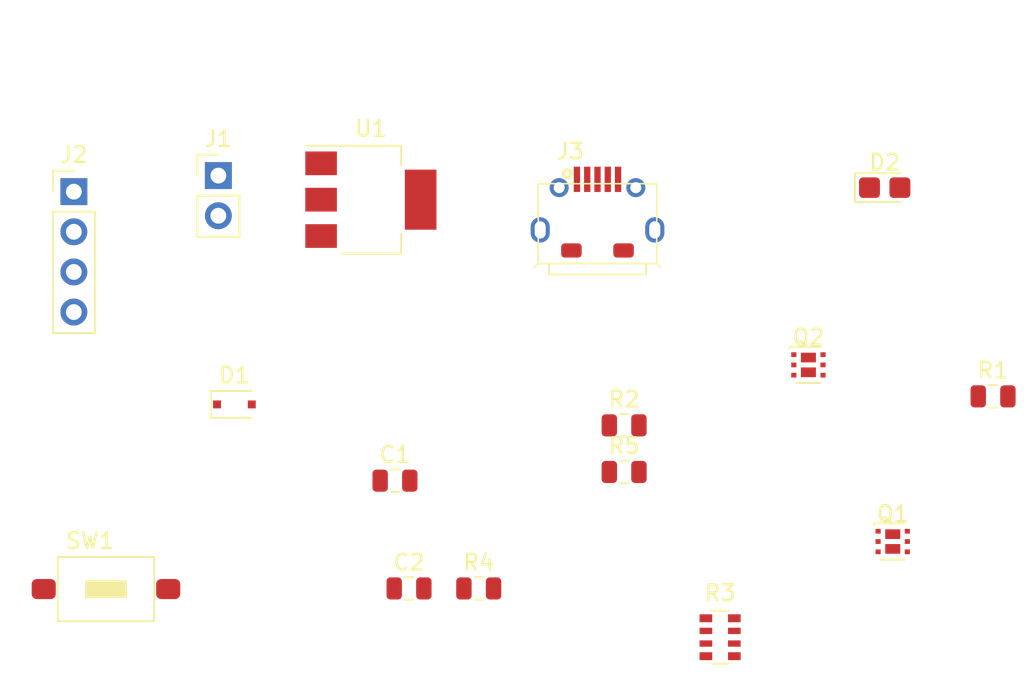
<source format=kicad_pcb>
(kicad_pcb (version 20171130) (host pcbnew "(5.1.4-0-10_14)")

  (general
    (thickness 1.6)
    (drawings 0)
    (tracks 0)
    (zones 0)
    (modules 16)
    (nets 14)
  )

  (page A4)
  (layers
    (0 F.Cu signal)
    (31 B.Cu signal)
    (32 B.Adhes user)
    (33 F.Adhes user)
    (34 B.Paste user)
    (35 F.Paste user)
    (36 B.SilkS user)
    (37 F.SilkS user)
    (38 B.Mask user)
    (39 F.Mask user)
    (40 Dwgs.User user)
    (41 Cmts.User user)
    (42 Eco1.User user)
    (43 Eco2.User user)
    (44 Edge.Cuts user)
    (45 Margin user)
    (46 B.CrtYd user)
    (47 F.CrtYd user)
    (48 B.Fab user)
    (49 F.Fab user)
  )

  (setup
    (last_trace_width 0.25)
    (trace_clearance 0.2)
    (zone_clearance 0.508)
    (zone_45_only no)
    (trace_min 0.2)
    (via_size 0.8)
    (via_drill 0.4)
    (via_min_size 0.4)
    (via_min_drill 0.3)
    (uvia_size 0.3)
    (uvia_drill 0.1)
    (uvias_allowed no)
    (uvia_min_size 0.2)
    (uvia_min_drill 0.1)
    (edge_width 0.05)
    (segment_width 0.2)
    (pcb_text_width 0.3)
    (pcb_text_size 1.5 1.5)
    (mod_edge_width 0.12)
    (mod_text_size 1 1)
    (mod_text_width 0.15)
    (pad_size 1.524 1.524)
    (pad_drill 0.762)
    (pad_to_mask_clearance 0.051)
    (solder_mask_min_width 0.25)
    (aux_axis_origin 0 0)
    (visible_elements FFFFFF7F)
    (pcbplotparams
      (layerselection 0x010fc_ffffffff)
      (usegerberextensions false)
      (usegerberattributes false)
      (usegerberadvancedattributes false)
      (creategerberjobfile false)
      (excludeedgelayer true)
      (linewidth 0.100000)
      (plotframeref false)
      (viasonmask false)
      (mode 1)
      (useauxorigin false)
      (hpglpennumber 1)
      (hpglpenspeed 20)
      (hpglpendiameter 15.000000)
      (psnegative false)
      (psa4output false)
      (plotreference true)
      (plotvalue true)
      (plotinvisibletext false)
      (padsonsilk false)
      (subtractmaskfromsilk false)
      (outputformat 1)
      (mirror false)
      (drillshape 1)
      (scaleselection 1)
      (outputdirectory ""))
  )

  (net 0 "")
  (net 1 GND)
  (net 2 "Net-(C1-Pad1)")
  (net 3 /Off)
  (net 4 /VIn)
  (net 5 "Net-(J3-Pad6)")
  (net 6 "Net-(Q1-Pad6)")
  (net 7 "Net-(Q1-Pad3)")
  (net 8 "Net-(Q1-Pad5)")
  (net 9 "Net-(Q2-Pad6)")
  (net 10 /VOut)
  (net 11 "Net-(Q2-Pad5)")
  (net 12 "Net-(U1-Pad2)")
  (net 13 "Net-(D2-Pad1)")

  (net_class Default "This is the default net class."
    (clearance 0.2)
    (trace_width 0.25)
    (via_dia 0.8)
    (via_drill 0.4)
    (uvia_dia 0.3)
    (uvia_drill 0.1)
    (add_net /Off)
    (add_net /VIn)
    (add_net /VOut)
    (add_net GND)
    (add_net "Net-(C1-Pad1)")
    (add_net "Net-(D1-Pad1)")
    (add_net "Net-(D1-Pad2)")
    (add_net "Net-(D2-Pad1)")
    (add_net "Net-(J1-Pad1)")
    (add_net "Net-(J1-Pad2)")
    (add_net "Net-(J2-Pad1)")
    (add_net "Net-(J2-Pad2)")
    (add_net "Net-(J2-Pad3)")
    (add_net "Net-(J2-Pad4)")
    (add_net "Net-(J3-Pad1)")
    (add_net "Net-(J3-Pad2)")
    (add_net "Net-(J3-Pad3)")
    (add_net "Net-(J3-Pad4)")
    (add_net "Net-(J3-Pad5)")
    (add_net "Net-(J3-Pad6)")
    (add_net "Net-(Q1-Pad3)")
    (add_net "Net-(Q1-Pad5)")
    (add_net "Net-(Q1-Pad6)")
    (add_net "Net-(Q2-Pad5)")
    (add_net "Net-(Q2-Pad6)")
    (add_net "Net-(U1-Pad1)")
    (add_net "Net-(U1-Pad2)")
    (add_net "Net-(U1-Pad3)")
  )

  (module Resistor_SMD:R_Array_Convex_4x0603 (layer F.Cu) (tedit 58E0A8B2) (tstamp 5E1FD603)
    (at 60.198 46.482)
    (descr "Chip Resistor Network, ROHM MNR14 (see mnr_g.pdf)")
    (tags "resistor array")
    (path /5E1AF5A8)
    (attr smd)
    (fp_text reference R3 (at 0 -2.8) (layer F.SilkS)
      (effects (font (size 1 1) (thickness 0.15)))
    )
    (fp_text value 10k (at 0 2.8) (layer F.Fab)
      (effects (font (size 1 1) (thickness 0.15)))
    )
    (fp_line (start 1.55 1.85) (end -1.55 1.85) (layer F.CrtYd) (width 0.05))
    (fp_line (start 1.55 1.85) (end 1.55 -1.85) (layer F.CrtYd) (width 0.05))
    (fp_line (start -1.55 -1.85) (end -1.55 1.85) (layer F.CrtYd) (width 0.05))
    (fp_line (start -1.55 -1.85) (end 1.55 -1.85) (layer F.CrtYd) (width 0.05))
    (fp_line (start 0.5 -1.68) (end -0.5 -1.68) (layer F.SilkS) (width 0.12))
    (fp_line (start 0.5 1.68) (end -0.5 1.68) (layer F.SilkS) (width 0.12))
    (fp_line (start -0.8 1.6) (end -0.8 -1.6) (layer F.Fab) (width 0.1))
    (fp_line (start 0.8 1.6) (end -0.8 1.6) (layer F.Fab) (width 0.1))
    (fp_line (start 0.8 -1.6) (end 0.8 1.6) (layer F.Fab) (width 0.1))
    (fp_line (start -0.8 -1.6) (end 0.8 -1.6) (layer F.Fab) (width 0.1))
    (fp_text user %R (at 0 0 90) (layer F.Fab)
      (effects (font (size 0.5 0.5) (thickness 0.075)))
    )
    (pad 5 smd rect (at 0.9 1.2) (size 0.8 0.5) (layers F.Cu F.Paste F.Mask)
      (net 4 /VIn))
    (pad 6 smd rect (at 0.9 0.4) (size 0.8 0.4) (layers F.Cu F.Paste F.Mask)
      (net 3 /Off))
    (pad 8 smd rect (at 0.9 -1.2) (size 0.8 0.5) (layers F.Cu F.Paste F.Mask)
      (net 7 "Net-(Q1-Pad3)"))
    (pad 7 smd rect (at 0.9 -0.4) (size 0.8 0.4) (layers F.Cu F.Paste F.Mask)
      (net 7 "Net-(Q1-Pad3)"))
    (pad 4 smd rect (at -0.9 1.2) (size 0.8 0.5) (layers F.Cu F.Paste F.Mask)
      (net 9 "Net-(Q2-Pad6)"))
    (pad 2 smd rect (at -0.9 -0.4) (size 0.8 0.4) (layers F.Cu F.Paste F.Mask)
      (net 1 GND))
    (pad 3 smd rect (at -0.9 0.4) (size 0.8 0.4) (layers F.Cu F.Paste F.Mask)
      (net 1 GND))
    (pad 1 smd rect (at -0.9 -1.2) (size 0.8 0.5) (layers F.Cu F.Paste F.Mask)
      (net 6 "Net-(Q1-Pad6)"))
    (model ${KISYS3DMOD}/Resistor_SMD.3dshapes/R_Array_Convex_4x0603.wrl
      (at (xyz 0 0 0))
      (scale (xyz 1 1 1))
      (rotate (xyz 0 0 0))
    )
  )

  (module Resistor_SMD:R_0805_2012Metric (layer F.Cu) (tedit 5B36C52B) (tstamp 5E1FD840)
    (at 77.47 31.242)
    (descr "Resistor SMD 0805 (2012 Metric), square (rectangular) end terminal, IPC_7351 nominal, (Body size source: https://docs.google.com/spreadsheets/d/1BsfQQcO9C6DZCsRaXUlFlo91Tg2WpOkGARC1WS5S8t0/edit?usp=sharing), generated with kicad-footprint-generator")
    (tags resistor)
    (path /5DD0566E)
    (attr smd)
    (fp_text reference R1 (at 0 -1.65) (layer F.SilkS)
      (effects (font (size 1 1) (thickness 0.15)))
    )
    (fp_text value 100k (at 0 1.65) (layer F.Fab)
      (effects (font (size 1 1) (thickness 0.15)))
    )
    (fp_text user %R (at 0 0) (layer F.Fab)
      (effects (font (size 0.5 0.5) (thickness 0.08)))
    )
    (fp_line (start 1.68 0.95) (end -1.68 0.95) (layer F.CrtYd) (width 0.05))
    (fp_line (start 1.68 -0.95) (end 1.68 0.95) (layer F.CrtYd) (width 0.05))
    (fp_line (start -1.68 -0.95) (end 1.68 -0.95) (layer F.CrtYd) (width 0.05))
    (fp_line (start -1.68 0.95) (end -1.68 -0.95) (layer F.CrtYd) (width 0.05))
    (fp_line (start -0.258578 0.71) (end 0.258578 0.71) (layer F.SilkS) (width 0.12))
    (fp_line (start -0.258578 -0.71) (end 0.258578 -0.71) (layer F.SilkS) (width 0.12))
    (fp_line (start 1 0.6) (end -1 0.6) (layer F.Fab) (width 0.1))
    (fp_line (start 1 -0.6) (end 1 0.6) (layer F.Fab) (width 0.1))
    (fp_line (start -1 -0.6) (end 1 -0.6) (layer F.Fab) (width 0.1))
    (fp_line (start -1 0.6) (end -1 -0.6) (layer F.Fab) (width 0.1))
    (pad 2 smd roundrect (at 0.9375 0) (size 0.975 1.4) (layers F.Cu F.Paste F.Mask) (roundrect_rratio 0.25)
      (net 9 "Net-(Q2-Pad6)"))
    (pad 1 smd roundrect (at -0.9375 0) (size 0.975 1.4) (layers F.Cu F.Paste F.Mask) (roundrect_rratio 0.25)
      (net 8 "Net-(Q1-Pad5)"))
    (model ${KISYS3DMOD}/Resistor_SMD.3dshapes/R_0805_2012Metric.wrl
      (at (xyz 0 0 0))
      (scale (xyz 1 1 1))
      (rotate (xyz 0 0 0))
    )
  )

  (module LED_SMD:LED_0805_2012Metric_Castellated (layer F.Cu) (tedit 5B36C52C) (tstamp 5E1FE10F)
    (at 70.612 18.034)
    (descr "LED SMD 0805 (2012 Metric), castellated end terminal, IPC_7351 nominal, (Body size source: https://docs.google.com/spreadsheets/d/1BsfQQcO9C6DZCsRaXUlFlo91Tg2WpOkGARC1WS5S8t0/edit?usp=sharing), generated with kicad-footprint-generator")
    (tags "LED castellated")
    (path /5DD06BD8)
    (attr smd)
    (fp_text reference D2 (at 0 -1.6) (layer F.SilkS)
      (effects (font (size 1 1) (thickness 0.15)))
    )
    (fp_text value LED (at 0 1.6) (layer F.Fab)
      (effects (font (size 1 1) (thickness 0.15)))
    )
    (fp_text user %R (at 0 0) (layer F.Fab)
      (effects (font (size 0.5 0.5) (thickness 0.08)))
    )
    (fp_line (start 1.88 0.9) (end -1.88 0.9) (layer F.CrtYd) (width 0.05))
    (fp_line (start 1.88 -0.9) (end 1.88 0.9) (layer F.CrtYd) (width 0.05))
    (fp_line (start -1.88 -0.9) (end 1.88 -0.9) (layer F.CrtYd) (width 0.05))
    (fp_line (start -1.88 0.9) (end -1.88 -0.9) (layer F.CrtYd) (width 0.05))
    (fp_line (start -1.885 0.91) (end 1 0.91) (layer F.SilkS) (width 0.12))
    (fp_line (start -1.885 -0.91) (end -1.885 0.91) (layer F.SilkS) (width 0.12))
    (fp_line (start 1 -0.91) (end -1.885 -0.91) (layer F.SilkS) (width 0.12))
    (fp_line (start 1 0.6) (end 1 -0.6) (layer F.Fab) (width 0.1))
    (fp_line (start -1 0.6) (end 1 0.6) (layer F.Fab) (width 0.1))
    (fp_line (start -1 -0.3) (end -1 0.6) (layer F.Fab) (width 0.1))
    (fp_line (start -0.7 -0.6) (end -1 -0.3) (layer F.Fab) (width 0.1))
    (fp_line (start 1 -0.6) (end -0.7 -0.6) (layer F.Fab) (width 0.1))
    (pad 2 smd roundrect (at 0.9625 0) (size 1.325 1.3) (layers F.Cu F.Paste F.Mask) (roundrect_rratio 0.192308)
      (net 4 /VIn))
    (pad 1 smd roundrect (at -0.9625 0) (size 1.325 1.3) (layers F.Cu F.Paste F.Mask) (roundrect_rratio 0.192308)
      (net 13 "Net-(D2-Pad1)"))
    (model ${KISYS3DMOD}/LED_SMD.3dshapes/LED_0805_2012Metric_Castellated.wrl
      (at (xyz 0 0 0))
      (scale (xyz 1 1 1))
      (rotate (xyz 0 0 0))
    )
  )

  (module Diode_SMD:D_SOD-323F (layer F.Cu) (tedit 590A48EB) (tstamp 5E1FD542)
    (at 29.464 31.75)
    (descr "SOD-323F http://www.nxp.com/documents/outline_drawing/SOD323F.pdf")
    (tags SOD-323F)
    (path /5E2363AF)
    (attr smd)
    (fp_text reference D1 (at 0 -1.85) (layer F.SilkS)
      (effects (font (size 1 1) (thickness 0.15)))
    )
    (fp_text value BAT60A (at 0.1 1.9) (layer F.Fab)
      (effects (font (size 1 1) (thickness 0.15)))
    )
    (fp_line (start -1.5 -0.85) (end 1.05 -0.85) (layer F.SilkS) (width 0.12))
    (fp_line (start -1.5 0.85) (end 1.05 0.85) (layer F.SilkS) (width 0.12))
    (fp_line (start -1.6 -0.95) (end -1.6 0.95) (layer F.CrtYd) (width 0.05))
    (fp_line (start -1.6 0.95) (end 1.6 0.95) (layer F.CrtYd) (width 0.05))
    (fp_line (start 1.6 -0.95) (end 1.6 0.95) (layer F.CrtYd) (width 0.05))
    (fp_line (start -1.6 -0.95) (end 1.6 -0.95) (layer F.CrtYd) (width 0.05))
    (fp_line (start -0.9 -0.7) (end 0.9 -0.7) (layer F.Fab) (width 0.1))
    (fp_line (start 0.9 -0.7) (end 0.9 0.7) (layer F.Fab) (width 0.1))
    (fp_line (start 0.9 0.7) (end -0.9 0.7) (layer F.Fab) (width 0.1))
    (fp_line (start -0.9 0.7) (end -0.9 -0.7) (layer F.Fab) (width 0.1))
    (fp_line (start -0.3 -0.35) (end -0.3 0.35) (layer F.Fab) (width 0.1))
    (fp_line (start -0.3 0) (end -0.5 0) (layer F.Fab) (width 0.1))
    (fp_line (start -0.3 0) (end 0.2 -0.35) (layer F.Fab) (width 0.1))
    (fp_line (start 0.2 -0.35) (end 0.2 0.35) (layer F.Fab) (width 0.1))
    (fp_line (start 0.2 0.35) (end -0.3 0) (layer F.Fab) (width 0.1))
    (fp_line (start 0.2 0) (end 0.45 0) (layer F.Fab) (width 0.1))
    (fp_line (start -1.5 -0.85) (end -1.5 0.85) (layer F.SilkS) (width 0.12))
    (fp_text user %R (at 0 -1.85) (layer F.Fab)
      (effects (font (size 1 1) (thickness 0.15)))
    )
    (pad 2 smd rect (at 1.1 0) (size 0.5 0.5) (layers F.Cu F.Paste F.Mask))
    (pad 1 smd rect (at -1.1 0) (size 0.5 0.5) (layers F.Cu F.Paste F.Mask))
    (model ${KISYS3DMOD}/Diode_SMD.3dshapes/D_SOD-323F.wrl
      (at (xyz 0 0 0))
      (scale (xyz 1 1 1))
      (rotate (xyz 0 0 0))
    )
  )

  (module Package_TO_SOT_SMD:SOT-223-3_TabPin2 (layer F.Cu) (tedit 5A02FF57) (tstamp 5E1FD68E)
    (at 38.1 18.796)
    (descr "module CMS SOT223 4 pins")
    (tags "CMS SOT")
    (path /5E22E5A5)
    (attr smd)
    (fp_text reference U1 (at 0 -4.5) (layer F.SilkS)
      (effects (font (size 1 1) (thickness 0.15)))
    )
    (fp_text value AMS1117-3.3 (at 0 4.5) (layer F.Fab)
      (effects (font (size 1 1) (thickness 0.15)))
    )
    (fp_line (start 1.85 -3.35) (end 1.85 3.35) (layer F.Fab) (width 0.1))
    (fp_line (start -1.85 3.35) (end 1.85 3.35) (layer F.Fab) (width 0.1))
    (fp_line (start -4.1 -3.41) (end 1.91 -3.41) (layer F.SilkS) (width 0.12))
    (fp_line (start -0.85 -3.35) (end 1.85 -3.35) (layer F.Fab) (width 0.1))
    (fp_line (start -1.85 3.41) (end 1.91 3.41) (layer F.SilkS) (width 0.12))
    (fp_line (start -1.85 -2.35) (end -1.85 3.35) (layer F.Fab) (width 0.1))
    (fp_line (start -1.85 -2.35) (end -0.85 -3.35) (layer F.Fab) (width 0.1))
    (fp_line (start -4.4 -3.6) (end -4.4 3.6) (layer F.CrtYd) (width 0.05))
    (fp_line (start -4.4 3.6) (end 4.4 3.6) (layer F.CrtYd) (width 0.05))
    (fp_line (start 4.4 3.6) (end 4.4 -3.6) (layer F.CrtYd) (width 0.05))
    (fp_line (start 4.4 -3.6) (end -4.4 -3.6) (layer F.CrtYd) (width 0.05))
    (fp_line (start 1.91 -3.41) (end 1.91 -2.15) (layer F.SilkS) (width 0.12))
    (fp_line (start 1.91 3.41) (end 1.91 2.15) (layer F.SilkS) (width 0.12))
    (fp_text user %R (at 0 0 90) (layer F.Fab)
      (effects (font (size 0.8 0.8) (thickness 0.12)))
    )
    (pad 1 smd rect (at -3.15 -2.3) (size 2 1.5) (layers F.Cu F.Paste F.Mask))
    (pad 3 smd rect (at -3.15 2.3) (size 2 1.5) (layers F.Cu F.Paste F.Mask))
    (pad 2 smd rect (at -3.15 0) (size 2 1.5) (layers F.Cu F.Paste F.Mask)
      (net 12 "Net-(U1-Pad2)"))
    (pad 2 smd rect (at 3.15 0) (size 2 3.8) (layers F.Cu F.Paste F.Mask)
      (net 12 "Net-(U1-Pad2)"))
    (model ${KISYS3DMOD}/Package_TO_SOT_SMD.3dshapes/SOT-223.wrl
      (at (xyz 0 0 0))
      (scale (xyz 1 1 1))
      (rotate (xyz 0 0 0))
    )
  )

  (module barn53-kicad:SMD_Push_Button (layer F.Cu) (tedit 5E14FC4C) (tstamp 5E1FD678)
    (at 17.526 43.434)
    (path /5DD077D7)
    (attr smd)
    (fp_text reference SW1 (at 2.794 -3.048) (layer F.SilkS)
      (effects (font (size 1 1) (thickness 0.15)))
    )
    (fp_text value SW_Push (at 3.81 3.048) (layer F.Fab)
      (effects (font (size 1 1) (thickness 0.15)))
    )
    (fp_line (start -0.762 2.032) (end -0.762 -2.032) (layer F.CrtYd) (width 0.12))
    (fp_line (start 8.382 2.032) (end -0.762 2.032) (layer F.CrtYd) (width 0.12))
    (fp_line (start 8.382 -2.032) (end 8.382 2.032) (layer F.CrtYd) (width 0.12))
    (fp_line (start -0.762 -2.032) (end 8.382 -2.032) (layer F.CrtYd) (width 0.12))
    (fp_poly (pts (xy 2.54 -0.508) (xy 5.08 -0.508) (xy 5.08 0.508) (xy 2.54 0.508)) (layer F.SilkS) (width 0.1))
    (fp_line (start 0.762 -2.032) (end 0.762 2.032) (layer F.SilkS) (width 0.12))
    (fp_line (start 6.858 2.032) (end 6.858 -2.032) (layer F.SilkS) (width 0.12))
    (fp_line (start 0.762 2.032) (end 6.858 2.032) (layer F.SilkS) (width 0.12))
    (fp_line (start 0.762 -2.032) (end 6.858 -2.032) (layer F.SilkS) (width 0.12))
    (pad 2 smd roundrect (at 7.747 0) (size 1.524 1.27) (layers F.Cu F.Paste F.Mask) (roundrect_rratio 0.25)
      (net 6 "Net-(Q1-Pad6)"))
    (pad 1 smd roundrect (at -0.127 0) (size 1.524 1.27) (layers F.Cu F.Paste F.Mask) (roundrect_rratio 0.25)
      (net 2 "Net-(C1-Pad1)"))
    (model "${BARN53_KICAD_DIR}/3dmodels/SMD Push Button v8.step"
      (offset (xyz 3.81 0 0))
      (scale (xyz 1 1 1))
      (rotate (xyz 0 0 0))
    )
  )

  (module Resistor_SMD:R_0805_2012Metric (layer F.Cu) (tedit 5B36C52B) (tstamp 5E1FD625)
    (at 54.124 36.026)
    (descr "Resistor SMD 0805 (2012 Metric), square (rectangular) end terminal, IPC_7351 nominal, (Body size source: https://docs.google.com/spreadsheets/d/1BsfQQcO9C6DZCsRaXUlFlo91Tg2WpOkGARC1WS5S8t0/edit?usp=sharing), generated with kicad-footprint-generator")
    (tags resistor)
    (path /5DD27628)
    (attr smd)
    (fp_text reference R5 (at 0 -1.65) (layer F.SilkS)
      (effects (font (size 1 1) (thickness 0.15)))
    )
    (fp_text value 100k (at 0 1.65) (layer F.Fab)
      (effects (font (size 1 1) (thickness 0.15)))
    )
    (fp_text user %R (at 0 0) (layer F.Fab)
      (effects (font (size 0.5 0.5) (thickness 0.08)))
    )
    (fp_line (start 1.68 0.95) (end -1.68 0.95) (layer F.CrtYd) (width 0.05))
    (fp_line (start 1.68 -0.95) (end 1.68 0.95) (layer F.CrtYd) (width 0.05))
    (fp_line (start -1.68 -0.95) (end 1.68 -0.95) (layer F.CrtYd) (width 0.05))
    (fp_line (start -1.68 0.95) (end -1.68 -0.95) (layer F.CrtYd) (width 0.05))
    (fp_line (start -0.258578 0.71) (end 0.258578 0.71) (layer F.SilkS) (width 0.12))
    (fp_line (start -0.258578 -0.71) (end 0.258578 -0.71) (layer F.SilkS) (width 0.12))
    (fp_line (start 1 0.6) (end -1 0.6) (layer F.Fab) (width 0.1))
    (fp_line (start 1 -0.6) (end 1 0.6) (layer F.Fab) (width 0.1))
    (fp_line (start -1 -0.6) (end 1 -0.6) (layer F.Fab) (width 0.1))
    (fp_line (start -1 0.6) (end -1 -0.6) (layer F.Fab) (width 0.1))
    (pad 2 smd roundrect (at 0.9375 0) (size 0.975 1.4) (layers F.Cu F.Paste F.Mask) (roundrect_rratio 0.25)
      (net 9 "Net-(Q2-Pad6)"))
    (pad 1 smd roundrect (at -0.9375 0) (size 0.975 1.4) (layers F.Cu F.Paste F.Mask) (roundrect_rratio 0.25)
      (net 11 "Net-(Q2-Pad5)"))
    (model ${KISYS3DMOD}/Resistor_SMD.3dshapes/R_0805_2012Metric.wrl
      (at (xyz 0 0 0))
      (scale (xyz 1 1 1))
      (rotate (xyz 0 0 0))
    )
  )

  (module Resistor_SMD:R_0805_2012Metric (layer F.Cu) (tedit 5B36C52B) (tstamp 5E1FD614)
    (at 44.924 43.396)
    (descr "Resistor SMD 0805 (2012 Metric), square (rectangular) end terminal, IPC_7351 nominal, (Body size source: https://docs.google.com/spreadsheets/d/1BsfQQcO9C6DZCsRaXUlFlo91Tg2WpOkGARC1WS5S8t0/edit?usp=sharing), generated with kicad-footprint-generator")
    (tags resistor)
    (path /5DD260EA)
    (attr smd)
    (fp_text reference R4 (at 0 -1.65) (layer F.SilkS)
      (effects (font (size 1 1) (thickness 0.15)))
    )
    (fp_text value 470 (at 0 1.65) (layer F.Fab)
      (effects (font (size 1 1) (thickness 0.15)))
    )
    (fp_text user %R (at 0 0) (layer F.Fab)
      (effects (font (size 0.5 0.5) (thickness 0.08)))
    )
    (fp_line (start 1.68 0.95) (end -1.68 0.95) (layer F.CrtYd) (width 0.05))
    (fp_line (start 1.68 -0.95) (end 1.68 0.95) (layer F.CrtYd) (width 0.05))
    (fp_line (start -1.68 -0.95) (end 1.68 -0.95) (layer F.CrtYd) (width 0.05))
    (fp_line (start -1.68 0.95) (end -1.68 -0.95) (layer F.CrtYd) (width 0.05))
    (fp_line (start -0.258578 0.71) (end 0.258578 0.71) (layer F.SilkS) (width 0.12))
    (fp_line (start -0.258578 -0.71) (end 0.258578 -0.71) (layer F.SilkS) (width 0.12))
    (fp_line (start 1 0.6) (end -1 0.6) (layer F.Fab) (width 0.1))
    (fp_line (start 1 -0.6) (end 1 0.6) (layer F.Fab) (width 0.1))
    (fp_line (start -1 -0.6) (end 1 -0.6) (layer F.Fab) (width 0.1))
    (fp_line (start -1 0.6) (end -1 -0.6) (layer F.Fab) (width 0.1))
    (pad 2 smd roundrect (at 0.9375 0) (size 0.975 1.4) (layers F.Cu F.Paste F.Mask) (roundrect_rratio 0.25)
      (net 9 "Net-(Q2-Pad6)"))
    (pad 1 smd roundrect (at -0.9375 0) (size 0.975 1.4) (layers F.Cu F.Paste F.Mask) (roundrect_rratio 0.25)
      (net 13 "Net-(D2-Pad1)"))
    (model ${KISYS3DMOD}/Resistor_SMD.3dshapes/R_0805_2012Metric.wrl
      (at (xyz 0 0 0))
      (scale (xyz 1 1 1))
      (rotate (xyz 0 0 0))
    )
  )

  (module Resistor_SMD:R_0805_2012Metric (layer F.Cu) (tedit 5B36C52B) (tstamp 5E1FD5F2)
    (at 54.124 33.076)
    (descr "Resistor SMD 0805 (2012 Metric), square (rectangular) end terminal, IPC_7351 nominal, (Body size source: https://docs.google.com/spreadsheets/d/1BsfQQcO9C6DZCsRaXUlFlo91Tg2WpOkGARC1WS5S8t0/edit?usp=sharing), generated with kicad-footprint-generator")
    (tags resistor)
    (path /5DD23560)
    (attr smd)
    (fp_text reference R2 (at 0 -1.65) (layer F.SilkS)
      (effects (font (size 1 1) (thickness 0.15)))
    )
    (fp_text value 1M (at 0 1.65) (layer F.Fab)
      (effects (font (size 1 1) (thickness 0.15)))
    )
    (fp_text user %R (at 0 0) (layer F.Fab)
      (effects (font (size 0.5 0.5) (thickness 0.08)))
    )
    (fp_line (start 1.68 0.95) (end -1.68 0.95) (layer F.CrtYd) (width 0.05))
    (fp_line (start 1.68 -0.95) (end 1.68 0.95) (layer F.CrtYd) (width 0.05))
    (fp_line (start -1.68 -0.95) (end 1.68 -0.95) (layer F.CrtYd) (width 0.05))
    (fp_line (start -1.68 0.95) (end -1.68 -0.95) (layer F.CrtYd) (width 0.05))
    (fp_line (start -0.258578 0.71) (end 0.258578 0.71) (layer F.SilkS) (width 0.12))
    (fp_line (start -0.258578 -0.71) (end 0.258578 -0.71) (layer F.SilkS) (width 0.12))
    (fp_line (start 1 0.6) (end -1 0.6) (layer F.Fab) (width 0.1))
    (fp_line (start 1 -0.6) (end 1 0.6) (layer F.Fab) (width 0.1))
    (fp_line (start -1 -0.6) (end 1 -0.6) (layer F.Fab) (width 0.1))
    (fp_line (start -1 0.6) (end -1 -0.6) (layer F.Fab) (width 0.1))
    (pad 2 smd roundrect (at 0.9375 0) (size 0.975 1.4) (layers F.Cu F.Paste F.Mask) (roundrect_rratio 0.25)
      (net 2 "Net-(C1-Pad1)"))
    (pad 1 smd roundrect (at -0.9375 0) (size 0.975 1.4) (layers F.Cu F.Paste F.Mask) (roundrect_rratio 0.25)
      (net 9 "Net-(Q2-Pad6)"))
    (model ${KISYS3DMOD}/Resistor_SMD.3dshapes/R_0805_2012Metric.wrl
      (at (xyz 0 0 0))
      (scale (xyz 1 1 1))
      (rotate (xyz 0 0 0))
    )
  )

  (module barn53-kicad:PowerPAK_SC70-6L_Dual (layer F.Cu) (tedit 5DCD11F0) (tstamp 5E1FD5CA)
    (at 65.786 29.2515)
    (descr "Vishay PowerPAK SC70 dual transistor package http://www.vishay.com/docs/70487/70487.pdf")
    (tags "powerpak sc70 sc-70 dual")
    (path /5DD2081B)
    (attr smd)
    (fp_text reference Q2 (at 0 -1.75) (layer F.SilkS)
      (effects (font (size 1 1) (thickness 0.15)))
    )
    (fp_text value SIA527DJ-T1-GE3 (at 0 2) (layer F.Fab)
      (effects (font (size 1 1) (thickness 0.15)))
    )
    (fp_line (start -1.33 -1.28) (end 1.33 -1.28) (layer F.CrtYd) (width 0.05))
    (fp_line (start -1.33 1.28) (end -1.33 -1.28) (layer F.CrtYd) (width 0.05))
    (fp_line (start 1.33 1.28) (end -1.33 1.28) (layer F.CrtYd) (width 0.05))
    (fp_line (start 1.33 -1.28) (end 1.33 1.28) (layer F.CrtYd) (width 0.05))
    (fp_line (start 0.75 1.15) (end -0.75 1.15) (layer F.SilkS) (width 0.12))
    (fp_line (start -1.2 -1.15) (end -1.2 -1.05) (layer F.SilkS) (width 0.12))
    (fp_line (start -1.2 -1.15) (end 0.75 -1.15) (layer F.SilkS) (width 0.12))
    (fp_text user %R (at 0 0) (layer F.Fab)
      (effects (font (size 0.4 0.4) (thickness 0.1)))
    )
    (fp_line (start -0.5 -1.025) (end 1.025 -1.025) (layer F.Fab) (width 0.1))
    (fp_line (start -1.025 -0.5) (end -0.5 -1.025) (layer F.Fab) (width 0.1))
    (fp_line (start -1.025 1.025) (end -1.025 -0.5) (layer F.Fab) (width 0.1))
    (fp_line (start 1.025 1.025) (end -1.025 1.025) (layer F.Fab) (width 0.1))
    (fp_line (start 1.025 -1.025) (end 1.025 1.025) (layer F.Fab) (width 0.1))
    (pad 6 smd rect (at 0 -0.4665) (size 0.95 0.613) (layers F.Cu F.Paste F.Mask)
      (net 9 "Net-(Q2-Pad6)"))
    (pad 3 smd rect (at 0 0.4665) (size 0.95 0.613) (layers F.Cu F.Paste F.Mask)
      (net 10 /VOut))
    (pad 6 smd rect (at 0.925 -0.65) (size 0.325 0.3) (layers F.Cu F.Paste F.Mask)
      (net 9 "Net-(Q2-Pad6)"))
    (pad 4 smd rect (at 0.925 0.65) (size 0.325 0.3) (layers F.Cu F.Paste F.Mask)
      (net 4 /VIn))
    (pad 5 smd rect (at 0.925 0) (size 0.325 0.3) (layers F.Cu F.Paste F.Mask)
      (net 11 "Net-(Q2-Pad5)"))
    (pad 3 smd rect (at -0.925 0.65) (size 0.325 0.3) (layers F.Cu F.Paste F.Mask)
      (net 10 /VOut))
    (pad 2 smd rect (at -0.925 0) (size 0.325 0.3) (layers F.Cu F.Paste F.Mask)
      (net 6 "Net-(Q1-Pad6)"))
    (pad 1 smd rect (at -0.925 -0.65) (size 0.325 0.3) (layers F.Cu F.Paste F.Mask)
      (net 1 GND))
    (model "${BARN53_KICAD_DIR}/3dmodels/PowerPAK SC70-6L.step"
      (offset (xyz 1 1 0.005))
      (scale (xyz 1 1 1))
      (rotate (xyz 0 0 90))
    )
  )

  (module barn53-kicad:PowerPAK_SC70-6L_Dual (layer F.Cu) (tedit 5DCD11F0) (tstamp 5E1FD5B1)
    (at 71.12 40.4275)
    (descr "Vishay PowerPAK SC70 dual transistor package http://www.vishay.com/docs/70487/70487.pdf")
    (tags "powerpak sc70 sc-70 dual")
    (path /5DD08099)
    (attr smd)
    (fp_text reference Q1 (at 0 -1.75) (layer F.SilkS)
      (effects (font (size 1 1) (thickness 0.15)))
    )
    (fp_text value SIA527DJ-T1-GE3 (at 0 2) (layer F.Fab)
      (effects (font (size 1 1) (thickness 0.15)))
    )
    (fp_line (start -1.33 -1.28) (end 1.33 -1.28) (layer F.CrtYd) (width 0.05))
    (fp_line (start -1.33 1.28) (end -1.33 -1.28) (layer F.CrtYd) (width 0.05))
    (fp_line (start 1.33 1.28) (end -1.33 1.28) (layer F.CrtYd) (width 0.05))
    (fp_line (start 1.33 -1.28) (end 1.33 1.28) (layer F.CrtYd) (width 0.05))
    (fp_line (start 0.75 1.15) (end -0.75 1.15) (layer F.SilkS) (width 0.12))
    (fp_line (start -1.2 -1.15) (end -1.2 -1.05) (layer F.SilkS) (width 0.12))
    (fp_line (start -1.2 -1.15) (end 0.75 -1.15) (layer F.SilkS) (width 0.12))
    (fp_text user %R (at 0 0) (layer F.Fab)
      (effects (font (size 0.4 0.4) (thickness 0.1)))
    )
    (fp_line (start -0.5 -1.025) (end 1.025 -1.025) (layer F.Fab) (width 0.1))
    (fp_line (start -1.025 -0.5) (end -0.5 -1.025) (layer F.Fab) (width 0.1))
    (fp_line (start -1.025 1.025) (end -1.025 -0.5) (layer F.Fab) (width 0.1))
    (fp_line (start 1.025 1.025) (end -1.025 1.025) (layer F.Fab) (width 0.1))
    (fp_line (start 1.025 -1.025) (end 1.025 1.025) (layer F.Fab) (width 0.1))
    (pad 6 smd rect (at 0 -0.4665) (size 0.95 0.613) (layers F.Cu F.Paste F.Mask)
      (net 6 "Net-(Q1-Pad6)"))
    (pad 3 smd rect (at 0 0.4665) (size 0.95 0.613) (layers F.Cu F.Paste F.Mask)
      (net 7 "Net-(Q1-Pad3)"))
    (pad 6 smd rect (at 0.925 -0.65) (size 0.325 0.3) (layers F.Cu F.Paste F.Mask)
      (net 6 "Net-(Q1-Pad6)"))
    (pad 4 smd rect (at 0.925 0.65) (size 0.325 0.3) (layers F.Cu F.Paste F.Mask)
      (net 4 /VIn))
    (pad 5 smd rect (at 0.925 0) (size 0.325 0.3) (layers F.Cu F.Paste F.Mask)
      (net 8 "Net-(Q1-Pad5)"))
    (pad 3 smd rect (at -0.925 0.65) (size 0.325 0.3) (layers F.Cu F.Paste F.Mask)
      (net 7 "Net-(Q1-Pad3)"))
    (pad 2 smd rect (at -0.925 0) (size 0.325 0.3) (layers F.Cu F.Paste F.Mask)
      (net 3 /Off))
    (pad 1 smd rect (at -0.925 -0.65) (size 0.325 0.3) (layers F.Cu F.Paste F.Mask)
      (net 1 GND))
    (model "${BARN53_KICAD_DIR}/3dmodels/PowerPAK SC70-6L.step"
      (offset (xyz 1 1 0.005))
      (scale (xyz 1 1 1))
      (rotate (xyz 0 0 90))
    )
  )

  (module barn53-kicad:MicroUSB_through_hole_fixing (layer F.Cu) (tedit 5DEE6EDB) (tstamp 5E1FD598)
    (at 52.439 17.509)
    (descr "Micro USB Connector with through hole fixing")
    (path /5DFEDE68)
    (attr smd)
    (fp_text reference J3 (at -1.725 -1.775 180) (layer F.SilkS)
      (effects (font (size 1 1) (thickness 0.15)))
    )
    (fp_text value USB_B_Micro (at 10.95 -10.5 180) (layer F.Fab)
      (effects (font (size 1 1) (thickness 0.15)))
    )
    (fp_circle (center -1.901039 -0.35) (end -1.65 -0.35) (layer F.SilkS) (width 0.2))
    (fp_line (start -3.075 6.025) (end -3.075 5.325) (layer F.SilkS) (width 0.1))
    (fp_line (start 3.75 5.325) (end 4 5.575) (layer F.SilkS) (width 0.1))
    (fp_line (start 3.075 6.025) (end -3.075 6.025) (layer F.SilkS) (width 0.1))
    (fp_line (start 3.075 6.025) (end 3.075 5.325) (layer F.SilkS) (width 0.1))
    (fp_line (start -3.75 5.325) (end -4 5.575) (layer F.SilkS) (width 0.1))
    (fp_line (start -3.75 5.325) (end -3.75 0.275) (layer F.SilkS) (width 0.1))
    (fp_line (start 3.75 5.325) (end -3.75 5.325) (layer F.SilkS) (width 0.1))
    (fp_line (start 3.75 0.275) (end 3.75 5.325) (layer F.SilkS) (width 0.1))
    (fp_line (start -3.75 0.275) (end 3.75 0.275) (layer F.SilkS) (width 0.1))
    (fp_line (start -4.225 5.15) (end 4.225 5.15) (layer Eco1.User) (width 0.05))
    (fp_line (start 3.75 0.275) (end 3.75 5.325) (layer Dwgs.User) (width 0.1))
    (fp_line (start -3.75 0.275) (end 3.75 0.275) (layer Dwgs.User) (width 0.1))
    (fp_line (start -3.75 5.325) (end -3.75 0.275) (layer Dwgs.User) (width 0.1))
    (fp_text user https://datasheet.lcsc.com/szlcsc/1811131820_Jing-Extension-of-the-Electronic-Co-C10418_C10418.pdf (at -0.2512 -5.0396) (layer F.SilkS) hide
      (effects (font (size 1 1) (thickness 0.15)) (justify left))
    )
    (fp_text user https://lcsc.com/product-detail/USB-Connectors_Jing-Extension-of-the-Electronic-Co-C10418_C10418.html (at -0.3274 -7.5288) (layer F.SilkS) hide
      (effects (font (size 1 1) (thickness 0.15)) (justify left))
    )
    (fp_text user "PCB Edge" (at 4.425 5.1 180) (layer Eco1.User)
      (effects (font (size 0.5 0.5) (thickness 0.1)) (justify left))
    )
    (fp_line (start 3.075 6.025) (end -3.075 6.025) (layer Dwgs.User) (width 0.1))
    (fp_line (start 3.075 6.025) (end 3.075 5.325) (layer Dwgs.User) (width 0.1))
    (fp_line (start -3.075 6.025) (end -3.075 5.325) (layer Dwgs.User) (width 0.1))
    (fp_line (start 3.075 5.325) (end 3.75 5.325) (layer Dwgs.User) (width 0.1))
    (fp_line (start -3.75 5.325) (end -3.075 5.325) (layer Dwgs.User) (width 0.1))
    (fp_line (start 3.75 5.325) (end 4 5.575) (layer Dwgs.User) (width 0.1))
    (fp_line (start -3.75 5.325) (end -4 5.575) (layer Dwgs.User) (width 0.1))
    (fp_line (start 3.075 5.325) (end -3.075 5.325) (layer Dwgs.User) (width 0.1))
    (pad 6 smd roundrect (at 1.65 4.5) (size 1.3 0.9) (layers F.Cu F.Paste F.Mask) (roundrect_rratio 0.25)
      (net 5 "Net-(J3-Pad6)"))
    (pad 6 smd roundrect (at -1.65 4.5) (size 1.3 0.9) (layers F.Cu F.Paste F.Mask) (roundrect_rratio 0.25)
      (net 5 "Net-(J3-Pad6)"))
    (pad 1 smd rect (at -1.3 0) (size 0.4 1.6) (layers F.Cu F.Paste F.Mask))
    (pad 2 smd rect (at -0.65 0) (size 0.4 1.6) (layers F.Cu F.Paste F.Mask))
    (pad 3 smd rect (at 0 0) (size 0.4 1.6) (layers F.Cu F.Paste F.Mask))
    (pad 4 smd rect (at 0.65 0) (size 0.4 1.6) (layers F.Cu F.Paste F.Mask))
    (pad 5 smd rect (at 1.3 0) (size 0.4 1.6) (layers F.Cu F.Paste F.Mask))
    (pad "" thru_hole circle (at -2.425 0.525 180) (size 1.2 1.2) (drill 0.7) (layers *.Cu *.Mask))
    (pad "" thru_hole circle (at 2.425 0.525 180) (size 1.2 1.2) (drill 0.7) (layers *.Cu *.Mask))
    (pad "" thru_hole oval (at -3.625 3.2 180) (size 1.2 1.6) (drill oval 0.7 1.1) (layers *.Cu *.Mask))
    (pad "" thru_hole oval (at 3.625 3.2 180) (size 1.2 1.6) (drill oval 0.7 1.1) (layers *.Cu *.Mask))
    (model ${BARN53_KICAD_DIR}/3dmodels/10118194c.stp
      (offset (xyz -74.97 -0.1 -0.37))
      (scale (xyz 1 1 1))
      (rotate (xyz -90 0 0))
    )
  )

  (module Connector_PinHeader_2.54mm:PinHeader_1x04_P2.54mm_Vertical (layer F.Cu) (tedit 59FED5CC) (tstamp 5E1FD570)
    (at 19.304 18.288)
    (descr "Through hole straight pin header, 1x04, 2.54mm pitch, single row")
    (tags "Through hole pin header THT 1x04 2.54mm single row")
    (path /5E231500)
    (fp_text reference J2 (at 0 -2.33) (layer F.SilkS)
      (effects (font (size 1 1) (thickness 0.15)))
    )
    (fp_text value Conn_01x04 (at 0 9.95) (layer F.Fab)
      (effects (font (size 1 1) (thickness 0.15)))
    )
    (fp_text user %R (at 0 3.81 90) (layer F.Fab)
      (effects (font (size 1 1) (thickness 0.15)))
    )
    (fp_line (start 1.8 -1.8) (end -1.8 -1.8) (layer F.CrtYd) (width 0.05))
    (fp_line (start 1.8 9.4) (end 1.8 -1.8) (layer F.CrtYd) (width 0.05))
    (fp_line (start -1.8 9.4) (end 1.8 9.4) (layer F.CrtYd) (width 0.05))
    (fp_line (start -1.8 -1.8) (end -1.8 9.4) (layer F.CrtYd) (width 0.05))
    (fp_line (start -1.33 -1.33) (end 0 -1.33) (layer F.SilkS) (width 0.12))
    (fp_line (start -1.33 0) (end -1.33 -1.33) (layer F.SilkS) (width 0.12))
    (fp_line (start -1.33 1.27) (end 1.33 1.27) (layer F.SilkS) (width 0.12))
    (fp_line (start 1.33 1.27) (end 1.33 8.95) (layer F.SilkS) (width 0.12))
    (fp_line (start -1.33 1.27) (end -1.33 8.95) (layer F.SilkS) (width 0.12))
    (fp_line (start -1.33 8.95) (end 1.33 8.95) (layer F.SilkS) (width 0.12))
    (fp_line (start -1.27 -0.635) (end -0.635 -1.27) (layer F.Fab) (width 0.1))
    (fp_line (start -1.27 8.89) (end -1.27 -0.635) (layer F.Fab) (width 0.1))
    (fp_line (start 1.27 8.89) (end -1.27 8.89) (layer F.Fab) (width 0.1))
    (fp_line (start 1.27 -1.27) (end 1.27 8.89) (layer F.Fab) (width 0.1))
    (fp_line (start -0.635 -1.27) (end 1.27 -1.27) (layer F.Fab) (width 0.1))
    (pad 4 thru_hole oval (at 0 7.62) (size 1.7 1.7) (drill 1) (layers *.Cu *.Mask))
    (pad 3 thru_hole oval (at 0 5.08) (size 1.7 1.7) (drill 1) (layers *.Cu *.Mask))
    (pad 2 thru_hole oval (at 0 2.54) (size 1.7 1.7) (drill 1) (layers *.Cu *.Mask))
    (pad 1 thru_hole rect (at 0 0) (size 1.7 1.7) (drill 1) (layers *.Cu *.Mask))
    (model ${KISYS3DMOD}/Connector_PinHeader_2.54mm.3dshapes/PinHeader_1x04_P2.54mm_Vertical.wrl
      (at (xyz 0 0 0))
      (scale (xyz 1 1 1))
      (rotate (xyz 0 0 0))
    )
  )

  (module Connector_PinHeader_2.54mm:PinHeader_1x02_P2.54mm_Vertical (layer F.Cu) (tedit 59FED5CC) (tstamp 5E1FD558)
    (at 28.448 17.272)
    (descr "Through hole straight pin header, 1x02, 2.54mm pitch, single row")
    (tags "Through hole pin header THT 1x02 2.54mm single row")
    (path /5E232A3F)
    (fp_text reference J1 (at 0 -2.33) (layer F.SilkS)
      (effects (font (size 1 1) (thickness 0.15)))
    )
    (fp_text value Conn_01x02 (at 0 4.87) (layer F.Fab)
      (effects (font (size 1 1) (thickness 0.15)))
    )
    (fp_text user %R (at 0 1.27 90) (layer F.Fab)
      (effects (font (size 1 1) (thickness 0.15)))
    )
    (fp_line (start 1.8 -1.8) (end -1.8 -1.8) (layer F.CrtYd) (width 0.05))
    (fp_line (start 1.8 4.35) (end 1.8 -1.8) (layer F.CrtYd) (width 0.05))
    (fp_line (start -1.8 4.35) (end 1.8 4.35) (layer F.CrtYd) (width 0.05))
    (fp_line (start -1.8 -1.8) (end -1.8 4.35) (layer F.CrtYd) (width 0.05))
    (fp_line (start -1.33 -1.33) (end 0 -1.33) (layer F.SilkS) (width 0.12))
    (fp_line (start -1.33 0) (end -1.33 -1.33) (layer F.SilkS) (width 0.12))
    (fp_line (start -1.33 1.27) (end 1.33 1.27) (layer F.SilkS) (width 0.12))
    (fp_line (start 1.33 1.27) (end 1.33 3.87) (layer F.SilkS) (width 0.12))
    (fp_line (start -1.33 1.27) (end -1.33 3.87) (layer F.SilkS) (width 0.12))
    (fp_line (start -1.33 3.87) (end 1.33 3.87) (layer F.SilkS) (width 0.12))
    (fp_line (start -1.27 -0.635) (end -0.635 -1.27) (layer F.Fab) (width 0.1))
    (fp_line (start -1.27 3.81) (end -1.27 -0.635) (layer F.Fab) (width 0.1))
    (fp_line (start 1.27 3.81) (end -1.27 3.81) (layer F.Fab) (width 0.1))
    (fp_line (start 1.27 -1.27) (end 1.27 3.81) (layer F.Fab) (width 0.1))
    (fp_line (start -0.635 -1.27) (end 1.27 -1.27) (layer F.Fab) (width 0.1))
    (pad 2 thru_hole oval (at 0 2.54) (size 1.7 1.7) (drill 1) (layers *.Cu *.Mask))
    (pad 1 thru_hole rect (at 0 0) (size 1.7 1.7) (drill 1) (layers *.Cu *.Mask))
    (model ${KISYS3DMOD}/Connector_PinHeader_2.54mm.3dshapes/PinHeader_1x02_P2.54mm_Vertical.wrl
      (at (xyz 0 0 0))
      (scale (xyz 1 1 1))
      (rotate (xyz 0 0 0))
    )
  )

  (module Capacitor_SMD:C_0805_2012Metric (layer F.Cu) (tedit 5B36C52B) (tstamp 5E1FD52F)
    (at 40.514 43.396)
    (descr "Capacitor SMD 0805 (2012 Metric), square (rectangular) end terminal, IPC_7351 nominal, (Body size source: https://docs.google.com/spreadsheets/d/1BsfQQcO9C6DZCsRaXUlFlo91Tg2WpOkGARC1WS5S8t0/edit?usp=sharing), generated with kicad-footprint-generator")
    (tags capacitor)
    (path /5DD9404D)
    (attr smd)
    (fp_text reference C2 (at 0 -1.65) (layer F.SilkS)
      (effects (font (size 1 1) (thickness 0.15)))
    )
    (fp_text value 100n (at 0 1.65) (layer F.Fab)
      (effects (font (size 1 1) (thickness 0.15)))
    )
    (fp_text user %R (at 0 0) (layer F.Fab)
      (effects (font (size 0.5 0.5) (thickness 0.08)))
    )
    (fp_line (start 1.68 0.95) (end -1.68 0.95) (layer F.CrtYd) (width 0.05))
    (fp_line (start 1.68 -0.95) (end 1.68 0.95) (layer F.CrtYd) (width 0.05))
    (fp_line (start -1.68 -0.95) (end 1.68 -0.95) (layer F.CrtYd) (width 0.05))
    (fp_line (start -1.68 0.95) (end -1.68 -0.95) (layer F.CrtYd) (width 0.05))
    (fp_line (start -0.258578 0.71) (end 0.258578 0.71) (layer F.SilkS) (width 0.12))
    (fp_line (start -0.258578 -0.71) (end 0.258578 -0.71) (layer F.SilkS) (width 0.12))
    (fp_line (start 1 0.6) (end -1 0.6) (layer F.Fab) (width 0.1))
    (fp_line (start 1 -0.6) (end 1 0.6) (layer F.Fab) (width 0.1))
    (fp_line (start -1 -0.6) (end 1 -0.6) (layer F.Fab) (width 0.1))
    (fp_line (start -1 0.6) (end -1 -0.6) (layer F.Fab) (width 0.1))
    (pad 2 smd roundrect (at 0.9375 0) (size 0.975 1.4) (layers F.Cu F.Paste F.Mask) (roundrect_rratio 0.25)
      (net 1 GND))
    (pad 1 smd roundrect (at -0.9375 0) (size 0.975 1.4) (layers F.Cu F.Paste F.Mask) (roundrect_rratio 0.25)
      (net 3 /Off))
    (model ${KISYS3DMOD}/Capacitor_SMD.3dshapes/C_0805_2012Metric.wrl
      (at (xyz 0 0 0))
      (scale (xyz 1 1 1))
      (rotate (xyz 0 0 0))
    )
  )

  (module Capacitor_SMD:C_0805_2012Metric (layer F.Cu) (tedit 5B36C52B) (tstamp 5E1FD51E)
    (at 39.624 36.576)
    (descr "Capacitor SMD 0805 (2012 Metric), square (rectangular) end terminal, IPC_7351 nominal, (Body size source: https://docs.google.com/spreadsheets/d/1BsfQQcO9C6DZCsRaXUlFlo91Tg2WpOkGARC1WS5S8t0/edit?usp=sharing), generated with kicad-footprint-generator")
    (tags capacitor)
    (path /5DD06287)
    (attr smd)
    (fp_text reference C1 (at 0 -1.65) (layer F.SilkS)
      (effects (font (size 1 1) (thickness 0.15)))
    )
    (fp_text value 330n (at 0 1.65) (layer F.Fab)
      (effects (font (size 1 1) (thickness 0.15)))
    )
    (fp_text user %R (at 0 0) (layer F.Fab)
      (effects (font (size 0.5 0.5) (thickness 0.08)))
    )
    (fp_line (start 1.68 0.95) (end -1.68 0.95) (layer F.CrtYd) (width 0.05))
    (fp_line (start 1.68 -0.95) (end 1.68 0.95) (layer F.CrtYd) (width 0.05))
    (fp_line (start -1.68 -0.95) (end 1.68 -0.95) (layer F.CrtYd) (width 0.05))
    (fp_line (start -1.68 0.95) (end -1.68 -0.95) (layer F.CrtYd) (width 0.05))
    (fp_line (start -0.258578 0.71) (end 0.258578 0.71) (layer F.SilkS) (width 0.12))
    (fp_line (start -0.258578 -0.71) (end 0.258578 -0.71) (layer F.SilkS) (width 0.12))
    (fp_line (start 1 0.6) (end -1 0.6) (layer F.Fab) (width 0.1))
    (fp_line (start 1 -0.6) (end 1 0.6) (layer F.Fab) (width 0.1))
    (fp_line (start -1 -0.6) (end 1 -0.6) (layer F.Fab) (width 0.1))
    (fp_line (start -1 0.6) (end -1 -0.6) (layer F.Fab) (width 0.1))
    (pad 2 smd roundrect (at 0.9375 0) (size 0.975 1.4) (layers F.Cu F.Paste F.Mask) (roundrect_rratio 0.25)
      (net 1 GND))
    (pad 1 smd roundrect (at -0.9375 0) (size 0.975 1.4) (layers F.Cu F.Paste F.Mask) (roundrect_rratio 0.25)
      (net 2 "Net-(C1-Pad1)"))
    (model ${KISYS3DMOD}/Capacitor_SMD.3dshapes/C_0805_2012Metric.wrl
      (at (xyz 0 0 0))
      (scale (xyz 1 1 1))
      (rotate (xyz 0 0 0))
    )
  )

)

</source>
